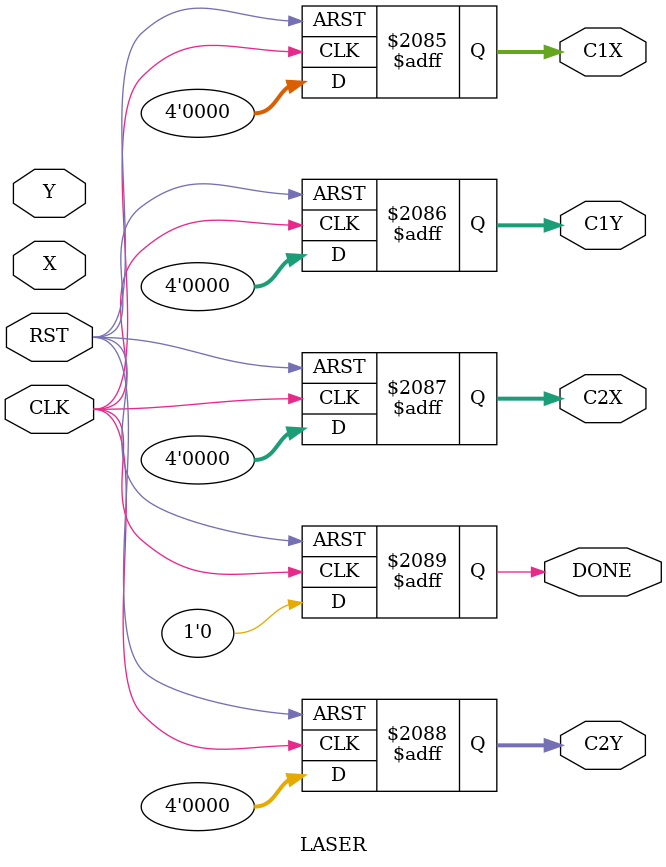
<source format=v>
`timescale 1ns/10ps

module LASER (
input CLK,
input RST,
input [3:0] X,
input [3:0] Y,
output reg [3:0] C1X,
output reg [3:0] C1Y,
output reg [3:0] C2X,
output reg [3:0] C2Y,
output reg DONE);

integer i;

reg [3:0] X_d [0:39];
reg [3:0] Y_d [0:39];
reg [5:0] coord_idx;

always @(posedge CLK or posedge RST) begin
    if (RST) begin
        C1X <= 4'd0;
        C1Y <= 4'd0;
        C2X <= 4'd0;
        C2Y <= 4'd0;
        DONE <= 1'b0;
    end
    else begin
        C1X <= 4'd0;
        C1Y <= 4'd0;
        C2X <= 4'd0;
        C2Y <= 4'd0;
        DONE <= 1'b0;  
    end
end

always @(posedge CLK or posedge RST) begin
    if (RST) begin
        coord_idx <= 6'd0;
        for (i = 0; i < 40; i = i + 1) begin
            X_d[i] <= 4'd0;
            Y_d[i] <= 4'd0;
        end
    end
    else begin 
        if (coord_idx < 6'd40) begin
            X_d[coord_idx] <= X;
            Y_d[coord_idx] <= Y;
            coord_idx <= coord_idx + 1;
        end
        else begin
            coord_idx <= coord_idx;
            for (i = 0; i < 40; i = i + 1) begin
                X_d[i] <= X_d[i];
                Y_d[i] <= Y_d[i];
            end
        end
    end
end

// 5x5 LUT indicating whether (dx^2 + dy^2) <= 16 for |dx|, |dy| in [0,4]
localparam [4:0] DIST_LUT_ROW0 = 5'b11111; // |dx| = 0, |dy| = 0..4
localparam [4:0] DIST_LUT_ROW1 = 5'b11110; // |dx| = 1
localparam [4:0] DIST_LUT_ROW2 = 5'b11110; // |dx| = 2
localparam [4:0] DIST_LUT_ROW3 = 5'b11100; // |dx| = 3
localparam [4:0] DIST_LUT_ROW4 = 5'b10000; // |dx| = 4

function lut_in_circle;
    input [2:0] abs_dx;
    input [2:0] abs_dy;
    reg [4:0] lut_row;
begin
    case (abs_dx)
        3'd0: lut_row = DIST_LUT_ROW0;
        3'd1: lut_row = DIST_LUT_ROW1;
        3'd2: lut_row = DIST_LUT_ROW2;
        3'd3: lut_row = DIST_LUT_ROW3;
        3'd4: lut_row = DIST_LUT_ROW4;
        default: lut_row = 5'b00000;
    endcase
    if (abs_dy < 3'd5)
        lut_in_circle = lut_row[abs_dy];
    else
        lut_in_circle = 1'b0;
end
endfunction

endmodule

</source>
